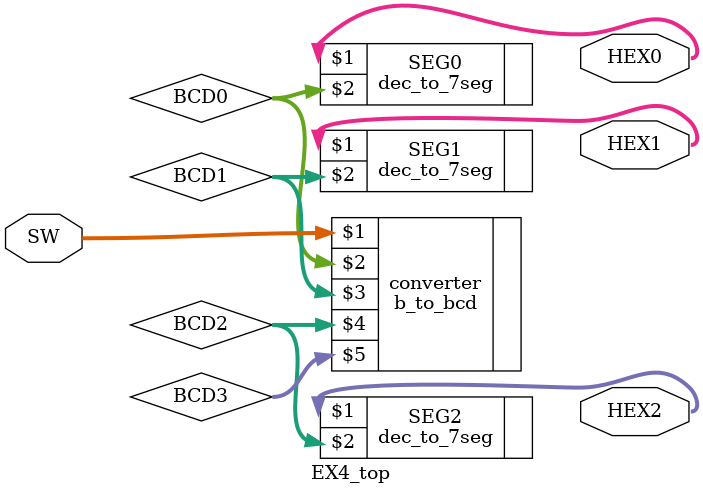
<source format=v>
module EX4_top (SW, HEX0, HEX1, HEX2);
	input [9:0] SW;		//Input Switches
	output [6:0] HEX0;
	output [6:0] HEX1;
	output [6:0] HEX2;

	wire[3:0] BCD0; //Binary convered to BCD values, to be displayed on the Seven Segment Display
	wire[3:0] BCD1;
	wire[3:0] BCD2;
	wire[3:0] BCD3;
	
	b_to_bcd converter(SW[9:0], BCD0[3:0], BCD1[3:0], BCD2[3:0], BCD3[3:0]);
	
	dec_to_7seg SEG0(HEX0, BCD0);
	dec_to_7seg SEG1(HEX1, BCD1);
	dec_to_7seg SEG2(HEX2, BCD2);	
endmodule
</source>
